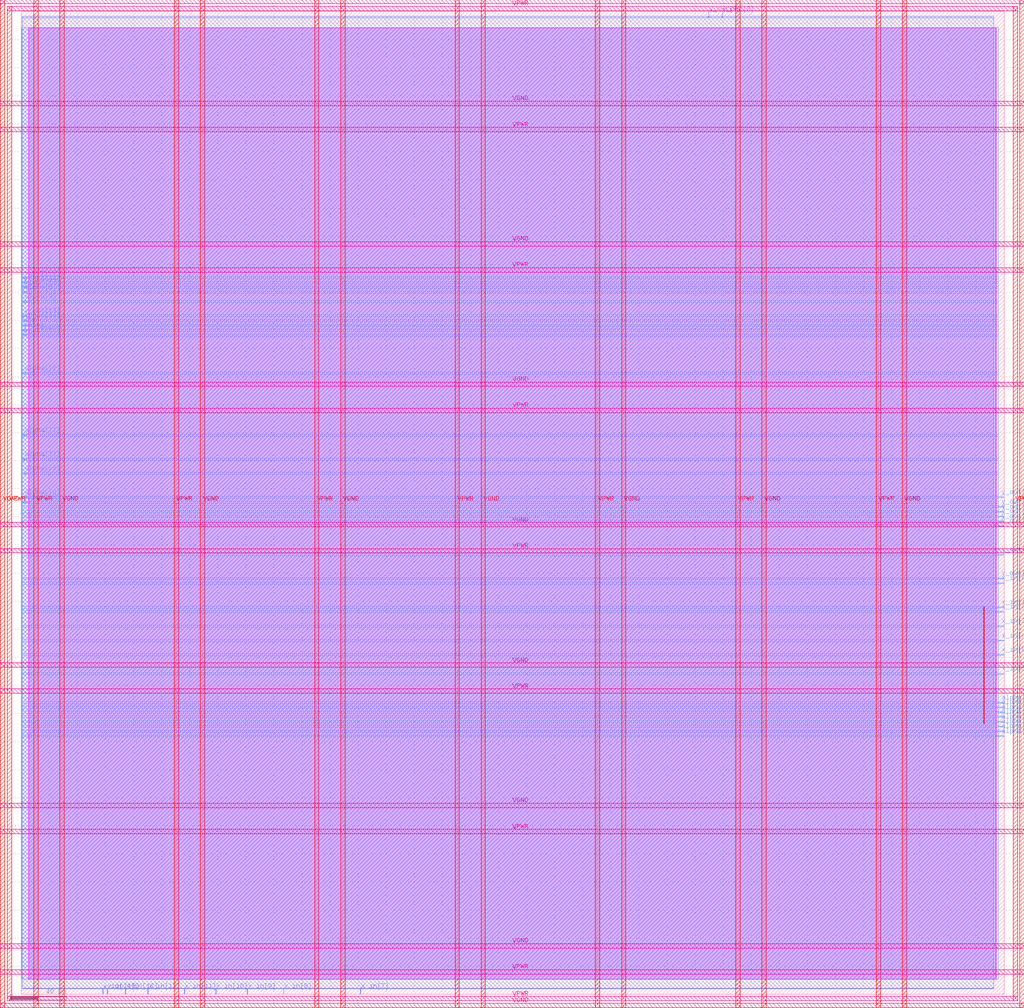
<source format=lef>
VERSION 5.7 ;
  NOWIREEXTENSIONATPIN ON ;
  DIVIDERCHAR "/" ;
  BUSBITCHARS "[]" ;
MACRO dynamic_noise_reduction
  CLASS BLOCK ;
  FOREIGN dynamic_noise_reduction ;
  ORIGIN 0.000 0.000 ;
  SIZE 700.000 BY 700.000 ;
  PIN VGND
    DIRECTION INOUT ;
    USE GROUND ;
    PORT
      LAYER met4 ;
        RECT -14.830 -9.470 -11.730 708.510 ;
    END
    PORT
      LAYER met5 ;
        RECT -14.830 -9.470 714.490 -6.370 ;
    END
    PORT
      LAYER met5 ;
        RECT -14.830 705.410 714.490 708.510 ;
    END
    PORT
      LAYER met4 ;
        RECT 711.390 -9.470 714.490 708.510 ;
    END
    PORT
      LAYER met4 ;
        RECT 27.570 -9.470 30.670 708.510 ;
    END
    PORT
      LAYER met4 ;
        RECT 127.570 -9.470 130.670 708.510 ;
    END
    PORT
      LAYER met4 ;
        RECT 227.570 -9.470 230.670 708.510 ;
    END
    PORT
      LAYER met4 ;
        RECT 327.570 -9.470 330.670 708.510 ;
    END
    PORT
      LAYER met4 ;
        RECT 427.570 -9.470 430.670 708.510 ;
    END
    PORT
      LAYER met4 ;
        RECT 527.570 -9.470 530.670 708.510 ;
    END
    PORT
      LAYER met4 ;
        RECT 627.570 -9.470 630.670 708.510 ;
    END
    PORT
      LAYER met5 ;
        RECT -14.830 32.930 714.490 36.030 ;
    END
    PORT
      LAYER met5 ;
        RECT -14.830 132.930 714.490 136.030 ;
    END
    PORT
      LAYER met5 ;
        RECT -14.830 232.930 714.490 236.030 ;
    END
    PORT
      LAYER met5 ;
        RECT -14.830 332.930 714.490 336.030 ;
    END
    PORT
      LAYER met5 ;
        RECT -14.830 432.930 714.490 436.030 ;
    END
    PORT
      LAYER met5 ;
        RECT -14.830 532.930 714.490 536.030 ;
    END
    PORT
      LAYER met5 ;
        RECT -14.830 632.930 714.490 636.030 ;
    END
  END VGND
  PIN VPWR
    DIRECTION INOUT ;
    USE POWER ;
    PORT
      LAYER met4 ;
        RECT -10.030 -4.670 -6.930 703.710 ;
    END
    PORT
      LAYER met5 ;
        RECT -10.030 -4.670 709.690 -1.570 ;
    END
    PORT
      LAYER met5 ;
        RECT -10.030 700.610 709.690 703.710 ;
    END
    PORT
      LAYER met4 ;
        RECT 706.590 -4.670 709.690 703.710 ;
    END
    PORT
      LAYER met4 ;
        RECT 8.970 -9.470 12.070 708.510 ;
    END
    PORT
      LAYER met4 ;
        RECT 108.970 -9.470 112.070 708.510 ;
    END
    PORT
      LAYER met4 ;
        RECT 208.970 -9.470 212.070 708.510 ;
    END
    PORT
      LAYER met4 ;
        RECT 308.970 -9.470 312.070 708.510 ;
    END
    PORT
      LAYER met4 ;
        RECT 408.970 -9.470 412.070 708.510 ;
    END
    PORT
      LAYER met4 ;
        RECT 508.970 -9.470 512.070 708.510 ;
    END
    PORT
      LAYER met4 ;
        RECT 608.970 -9.470 612.070 708.510 ;
    END
    PORT
      LAYER met5 ;
        RECT -14.830 14.330 714.490 17.430 ;
    END
    PORT
      LAYER met5 ;
        RECT -14.830 114.330 714.490 117.430 ;
    END
    PORT
      LAYER met5 ;
        RECT -14.830 214.330 714.490 217.430 ;
    END
    PORT
      LAYER met5 ;
        RECT -14.830 314.330 714.490 317.430 ;
    END
    PORT
      LAYER met5 ;
        RECT -14.830 414.330 714.490 417.430 ;
    END
    PORT
      LAYER met5 ;
        RECT -14.830 514.330 714.490 517.430 ;
    END
    PORT
      LAYER met5 ;
        RECT -14.830 614.330 714.490 617.430 ;
    END
  END VPWR
  PIN alpha[0]
    DIRECTION INPUT ;
    USE SIGNAL ;
    ANTENNAGATEAREA 0.247500 ;
    PORT
      LAYER met3 ;
        RECT 696.000 187.040 700.000 187.640 ;
    END
  END alpha[0]
  PIN alpha[10]
    DIRECTION INPUT ;
    USE SIGNAL ;
    ANTENNAGATEAREA 0.213000 ;
    PORT
      LAYER met3 ;
        RECT 0.000 442.040 4.000 442.640 ;
    END
  END alpha[10]
  PIN alpha[11]
    DIRECTION INPUT ;
    USE SIGNAL ;
    ANTENNAGATEAREA 0.213000 ;
    PORT
      LAYER met3 ;
        RECT 0.000 397.840 4.000 398.440 ;
    END
  END alpha[11]
  PIN alpha[12]
    DIRECTION INPUT ;
    USE SIGNAL ;
    ANTENNAGATEAREA 0.159000 ;
    PORT
      LAYER met3 ;
        RECT 0.000 380.840 4.000 381.440 ;
    END
  END alpha[12]
  PIN alpha[13]
    DIRECTION INPUT ;
    USE SIGNAL ;
    ANTENNAGATEAREA 0.159000 ;
    PORT
      LAYER met3 ;
        RECT 0.000 370.640 4.000 371.240 ;
    END
  END alpha[13]
  PIN alpha[14]
    DIRECTION INPUT ;
    USE SIGNAL ;
    ANTENNAGATEAREA 0.247500 ;
    PORT
      LAYER met3 ;
        RECT 0.000 353.640 4.000 354.240 ;
    END
  END alpha[14]
  PIN alpha[15]
    DIRECTION INPUT ;
    USE SIGNAL ;
    ANTENNAGATEAREA 0.213000 ;
    PORT
      LAYER met3 ;
        RECT 0.000 350.240 4.000 350.840 ;
    END
  END alpha[15]
  PIN alpha[1]
    DIRECTION INPUT ;
    USE SIGNAL ;
    ANTENNAGATEAREA 0.213000 ;
    PORT
      LAYER met3 ;
        RECT 696.000 183.640 700.000 184.240 ;
    END
  END alpha[1]
  PIN alpha[2]
    DIRECTION INPUT ;
    USE SIGNAL ;
    ANTENNAGATEAREA 0.159000 ;
    PORT
      LAYER met3 ;
        RECT 696.000 190.440 700.000 191.040 ;
    END
  END alpha[2]
  PIN alpha[3]
    DIRECTION INPUT ;
    USE SIGNAL ;
    ANTENNAGATEAREA 0.247500 ;
    PORT
      LAYER met3 ;
        RECT 696.000 193.840 700.000 194.440 ;
    END
  END alpha[3]
  PIN alpha[4]
    DIRECTION INPUT ;
    USE SIGNAL ;
    ANTENNAGATEAREA 0.247500 ;
    PORT
      LAYER met3 ;
        RECT 696.000 197.240 700.000 197.840 ;
    END
  END alpha[4]
  PIN alpha[5]
    DIRECTION INPUT ;
    USE SIGNAL ;
    ANTENNAGATEAREA 0.196500 ;
    PORT
      LAYER met3 ;
        RECT 696.000 200.640 700.000 201.240 ;
    END
  END alpha[5]
  PIN alpha[6]
    DIRECTION INPUT ;
    USE SIGNAL ;
    ANTENNAGATEAREA 0.247500 ;
    PORT
      LAYER met3 ;
        RECT 696.000 204.040 700.000 204.640 ;
    END
  END alpha[6]
  PIN alpha[7]
    DIRECTION INPUT ;
    USE SIGNAL ;
    ANTENNAGATEAREA 0.126000 ;
    PORT
      LAYER met3 ;
        RECT 696.000 207.440 700.000 208.040 ;
    END
  END alpha[7]
  PIN alpha[8]
    DIRECTION INPUT ;
    USE SIGNAL ;
    ANTENNAGATEAREA 0.247500 ;
    PORT
      LAYER met3 ;
        RECT 0.000 499.840 4.000 500.440 ;
    END
  END alpha[8]
  PIN alpha[9]
    DIRECTION INPUT ;
    USE SIGNAL ;
    ANTENNAGATEAREA 0.213000 ;
    PORT
      LAYER met3 ;
        RECT 0.000 493.040 4.000 493.640 ;
    END
  END alpha[9]
  PIN clk
    DIRECTION INPUT ;
    USE SIGNAL ;
    ANTENNAGATEAREA 0.852000 ;
    PORT
      LAYER met3 ;
        RECT 0.000 476.040 4.000 476.640 ;
    END
  END clk
  PIN reset
    DIRECTION INPUT ;
    USE SIGNAL ;
    ANTENNAGATEAREA 0.213000 ;
    PORT
      LAYER met3 ;
        RECT 0.000 472.640 4.000 473.240 ;
    END
  END reset
  PIN x_in[0]
    DIRECTION INPUT ;
    USE SIGNAL ;
    ANTENNAGATEAREA 0.213000 ;
    PORT
      LAYER met3 ;
        RECT 696.000 292.440 700.000 293.040 ;
    END
  END x_in[0]
  PIN x_in[10]
    DIRECTION INPUT ;
    USE SIGNAL ;
    ANTENNAGATEAREA 0.213000 ;
    PORT
      LAYER met2 ;
        RECT 138.550 0.000 138.830 4.000 ;
    END
  END x_in[10]
  PIN x_in[11]
    DIRECTION INPUT ;
    USE SIGNAL ;
    ANTENNAGATEAREA 0.213000 ;
    PORT
      LAYER met2 ;
        RECT 116.010 0.000 116.290 4.000 ;
    END
  END x_in[11]
  PIN x_in[12]
    DIRECTION INPUT ;
    USE SIGNAL ;
    ANTENNAGATEAREA 0.247500 ;
    PORT
      LAYER met2 ;
        RECT 90.250 0.000 90.530 4.000 ;
    END
  END x_in[12]
  PIN x_in[13]
    DIRECTION INPUT ;
    USE SIGNAL ;
    ANTENNAGATEAREA 0.213000 ;
    PORT
      LAYER met2 ;
        RECT 74.150 0.000 74.430 4.000 ;
    END
  END x_in[13]
  PIN x_in[14]
    DIRECTION INPUT ;
    USE SIGNAL ;
    ANTENNAGATEAREA 0.213000 ;
    PORT
      LAYER met2 ;
        RECT 58.050 0.000 58.330 4.000 ;
    END
  END x_in[14]
  PIN x_in[15]
    DIRECTION INPUT ;
    USE SIGNAL ;
    ANTENNAGATEAREA 0.247500 ;
    PORT
      LAYER met2 ;
        RECT 61.270 0.000 61.550 4.000 ;
    END
  END x_in[15]
  PIN x_in[1]
    DIRECTION INPUT ;
    USE SIGNAL ;
    ANTENNAGATEAREA 0.159000 ;
    PORT
      LAYER met3 ;
        RECT 696.000 275.440 700.000 276.040 ;
    END
  END x_in[1]
  PIN x_in[2]
    DIRECTION INPUT ;
    USE SIGNAL ;
    ANTENNAGATEAREA 0.196500 ;
    PORT
      LAYER met3 ;
        RECT 696.000 272.040 700.000 272.640 ;
    END
  END x_in[2]
  PIN x_in[3]
    DIRECTION INPUT ;
    USE SIGNAL ;
    ANTENNAGATEAREA 0.196500 ;
    PORT
      LAYER met3 ;
        RECT 696.000 261.840 700.000 262.440 ;
    END
  END x_in[3]
  PIN x_in[4]
    DIRECTION INPUT ;
    USE SIGNAL ;
    ANTENNAGATEAREA 0.196500 ;
    PORT
      LAYER met3 ;
        RECT 696.000 251.640 700.000 252.240 ;
    END
  END x_in[4]
  PIN x_in[5]
    DIRECTION INPUT ;
    USE SIGNAL ;
    ANTENNAGATEAREA 0.159000 ;
    PORT
      LAYER met3 ;
        RECT 696.000 241.440 700.000 242.040 ;
    END
  END x_in[5]
  PIN x_in[6]
    DIRECTION INPUT ;
    USE SIGNAL ;
    ANTENNAGATEAREA 0.196500 ;
    PORT
      LAYER met3 ;
        RECT 696.000 227.840 700.000 228.440 ;
    END
  END x_in[6]
  PIN x_in[7]
    DIRECTION INPUT ;
    USE SIGNAL ;
    ANTENNAGATEAREA 0.213000 ;
    PORT
      LAYER met2 ;
        RECT 241.590 0.000 241.870 4.000 ;
    END
  END x_in[7]
  PIN x_in[8]
    DIRECTION INPUT ;
    USE SIGNAL ;
    ANTENNAGATEAREA 0.247500 ;
    PORT
      LAYER met2 ;
        RECT 186.850 0.000 187.130 4.000 ;
    END
  END x_in[8]
  PIN x_in[9]
    DIRECTION INPUT ;
    USE SIGNAL ;
    ANTENNAGATEAREA 0.213000 ;
    PORT
      LAYER met2 ;
        RECT 161.090 0.000 161.370 4.000 ;
    END
  END x_in[9]
  PIN y_out[0]
    DIRECTION OUTPUT ;
    USE SIGNAL ;
    ANTENNADIFFAREA 0.445500 ;
    PORT
      LAYER met3 ;
        RECT 696.000 333.240 700.000 333.840 ;
    END
  END y_out[0]
  PIN y_out[10]
    DIRECTION OUTPUT ;
    USE SIGNAL ;
    ANTENNADIFFAREA 0.445500 ;
    PORT
      LAYER met3 ;
        RECT 0.000 510.040 4.000 510.640 ;
    END
  END y_out[10]
  PIN y_out[11]
    DIRECTION OUTPUT ;
    USE SIGNAL ;
    ANTENNADIFFAREA 0.445500 ;
    PORT
      LAYER met3 ;
        RECT 0.000 506.640 4.000 507.240 ;
    END
  END y_out[11]
  PIN y_out[12]
    DIRECTION OUTPUT ;
    USE SIGNAL ;
    ANTENNADIFFAREA 0.445500 ;
    PORT
      LAYER met3 ;
        RECT 0.000 503.240 4.000 503.840 ;
    END
  END y_out[12]
  PIN y_out[13]
    DIRECTION OUTPUT ;
    USE SIGNAL ;
    ANTENNADIFFAREA 0.445500 ;
    PORT
      LAYER met3 ;
        RECT 0.000 482.840 4.000 483.440 ;
    END
  END y_out[13]
  PIN y_out[14]
    DIRECTION OUTPUT ;
    USE SIGNAL ;
    ANTENNADIFFAREA 0.445500 ;
    PORT
      LAYER met3 ;
        RECT 0.000 479.440 4.000 480.040 ;
    END
  END y_out[14]
  PIN y_out[15]
    DIRECTION OUTPUT ;
    USE SIGNAL ;
    ANTENNADIFFAREA 0.445500 ;
    PORT
      LAYER met3 ;
        RECT 0.000 469.240 4.000 469.840 ;
    END
  END y_out[15]
  PIN y_out[1]
    DIRECTION OUTPUT ;
    USE SIGNAL ;
    ANTENNADIFFAREA 0.445500 ;
    PORT
      LAYER met3 ;
        RECT 696.000 312.840 700.000 313.440 ;
    END
  END y_out[1]
  PIN y_out[2]
    DIRECTION OUTPUT ;
    USE SIGNAL ;
    ANTENNADIFFAREA 0.445500 ;
    PORT
      LAYER met3 ;
        RECT 696.000 336.640 700.000 337.240 ;
    END
  END y_out[2]
  PIN y_out[3]
    DIRECTION OUTPUT ;
    USE SIGNAL ;
    ANTENNADIFFAREA 0.445500 ;
    PORT
      LAYER met3 ;
        RECT 696.000 353.640 700.000 354.240 ;
    END
  END y_out[3]
  PIN y_out[4]
    DIRECTION OUTPUT ;
    USE SIGNAL ;
    ANTENNADIFFAREA 0.445500 ;
    PORT
      LAYER met3 ;
        RECT 696.000 346.840 700.000 347.440 ;
    END
  END y_out[4]
  PIN y_out[5]
    DIRECTION OUTPUT ;
    USE SIGNAL ;
    ANTENNADIFFAREA 0.445500 ;
    PORT
      LAYER met3 ;
        RECT 696.000 340.040 700.000 340.640 ;
    END
  END y_out[5]
  PIN y_out[6]
    DIRECTION OUTPUT ;
    USE SIGNAL ;
    ANTENNADIFFAREA 0.445500 ;
    PORT
      LAYER met3 ;
        RECT 696.000 343.440 700.000 344.040 ;
    END
  END y_out[6]
  PIN y_out[7]
    DIRECTION OUTPUT ;
    USE SIGNAL ;
    ANTENNADIFFAREA 0.445500 ;
    PORT
      LAYER met3 ;
        RECT 696.000 295.840 700.000 296.440 ;
    END
  END y_out[7]
  PIN y_out[8]
    DIRECTION OUTPUT ;
    USE SIGNAL ;
    ANTENNADIFFAREA 0.445500 ;
    PORT
      LAYER met2 ;
        RECT 499.190 696.000 499.470 700.000 ;
    END
  END y_out[8]
  PIN y_out[9]
    DIRECTION OUTPUT ;
    USE SIGNAL ;
    ANTENNADIFFAREA 0.445500 ;
    PORT
      LAYER met2 ;
        RECT 489.530 696.000 489.810 700.000 ;
    END
  END y_out[9]
  OBS
      LAYER nwell ;
        RECT 5.330 10.795 694.330 688.350 ;
      LAYER li1 ;
        RECT 5.520 10.795 694.140 688.245 ;
      LAYER met1 ;
        RECT 0.530 10.640 694.140 688.400 ;
      LAYER met2 ;
        RECT 0.550 695.720 489.250 696.730 ;
        RECT 490.090 695.720 498.910 696.730 ;
        RECT 499.750 695.720 692.670 696.730 ;
        RECT 0.550 4.280 692.670 695.720 ;
        RECT 0.550 4.000 57.770 4.280 ;
        RECT 58.610 4.000 60.990 4.280 ;
        RECT 61.830 4.000 73.870 4.280 ;
        RECT 74.710 4.000 89.970 4.280 ;
        RECT 90.810 4.000 115.730 4.280 ;
        RECT 116.570 4.000 138.270 4.280 ;
        RECT 139.110 4.000 160.810 4.280 ;
        RECT 161.650 4.000 186.570 4.280 ;
        RECT 187.410 4.000 241.310 4.280 ;
        RECT 242.150 4.000 692.670 4.280 ;
      LAYER met3 ;
        RECT 0.525 511.040 696.000 688.325 ;
        RECT 4.400 509.640 696.000 511.040 ;
        RECT 0.525 507.640 696.000 509.640 ;
        RECT 4.400 506.240 696.000 507.640 ;
        RECT 0.525 504.240 696.000 506.240 ;
        RECT 4.400 502.840 696.000 504.240 ;
        RECT 0.525 500.840 696.000 502.840 ;
        RECT 4.400 499.440 696.000 500.840 ;
        RECT 0.525 494.040 696.000 499.440 ;
        RECT 4.400 492.640 696.000 494.040 ;
        RECT 0.525 483.840 696.000 492.640 ;
        RECT 4.400 482.440 696.000 483.840 ;
        RECT 0.525 480.440 696.000 482.440 ;
        RECT 4.400 479.040 696.000 480.440 ;
        RECT 0.525 477.040 696.000 479.040 ;
        RECT 4.400 475.640 696.000 477.040 ;
        RECT 0.525 473.640 696.000 475.640 ;
        RECT 4.400 472.240 696.000 473.640 ;
        RECT 0.525 470.240 696.000 472.240 ;
        RECT 4.400 468.840 696.000 470.240 ;
        RECT 0.525 443.040 696.000 468.840 ;
        RECT 4.400 441.640 696.000 443.040 ;
        RECT 0.525 398.840 696.000 441.640 ;
        RECT 4.400 397.440 696.000 398.840 ;
        RECT 0.525 381.840 696.000 397.440 ;
        RECT 4.400 380.440 696.000 381.840 ;
        RECT 0.525 371.640 696.000 380.440 ;
        RECT 4.400 370.240 696.000 371.640 ;
        RECT 0.525 354.640 696.000 370.240 ;
        RECT 4.400 353.240 695.600 354.640 ;
        RECT 0.525 351.240 696.000 353.240 ;
        RECT 4.400 349.840 696.000 351.240 ;
        RECT 0.525 347.840 696.000 349.840 ;
        RECT 0.525 346.440 695.600 347.840 ;
        RECT 0.525 344.440 696.000 346.440 ;
        RECT 0.525 343.040 695.600 344.440 ;
        RECT 0.525 341.040 696.000 343.040 ;
        RECT 0.525 339.640 695.600 341.040 ;
        RECT 0.525 337.640 696.000 339.640 ;
        RECT 0.525 336.240 695.600 337.640 ;
        RECT 0.525 334.240 696.000 336.240 ;
        RECT 0.525 332.840 695.600 334.240 ;
        RECT 0.525 313.840 696.000 332.840 ;
        RECT 0.525 312.440 695.600 313.840 ;
        RECT 0.525 296.840 696.000 312.440 ;
        RECT 0.525 295.440 695.600 296.840 ;
        RECT 0.525 293.440 696.000 295.440 ;
        RECT 0.525 292.040 695.600 293.440 ;
        RECT 0.525 276.440 696.000 292.040 ;
        RECT 0.525 275.040 695.600 276.440 ;
        RECT 0.525 273.040 696.000 275.040 ;
        RECT 0.525 271.640 695.600 273.040 ;
        RECT 0.525 262.840 696.000 271.640 ;
        RECT 0.525 261.440 695.600 262.840 ;
        RECT 0.525 252.640 696.000 261.440 ;
        RECT 0.525 251.240 695.600 252.640 ;
        RECT 0.525 242.440 696.000 251.240 ;
        RECT 0.525 241.040 695.600 242.440 ;
        RECT 0.525 228.840 696.000 241.040 ;
        RECT 0.525 227.440 695.600 228.840 ;
        RECT 0.525 208.440 696.000 227.440 ;
        RECT 0.525 207.040 695.600 208.440 ;
        RECT 0.525 205.040 696.000 207.040 ;
        RECT 0.525 203.640 695.600 205.040 ;
        RECT 0.525 201.640 696.000 203.640 ;
        RECT 0.525 200.240 695.600 201.640 ;
        RECT 0.525 198.240 696.000 200.240 ;
        RECT 0.525 196.840 695.600 198.240 ;
        RECT 0.525 194.840 696.000 196.840 ;
        RECT 0.525 193.440 695.600 194.840 ;
        RECT 0.525 191.440 696.000 193.440 ;
        RECT 0.525 190.040 695.600 191.440 ;
        RECT 0.525 188.040 696.000 190.040 ;
        RECT 0.525 186.640 695.600 188.040 ;
        RECT 0.525 184.640 696.000 186.640 ;
        RECT 0.525 183.240 695.600 184.640 ;
        RECT 0.525 10.715 696.000 183.240 ;
      LAYER met4 ;
        RECT 685.695 192.615 686.025 275.905 ;
  END
END dynamic_noise_reduction
END LIBRARY


</source>
